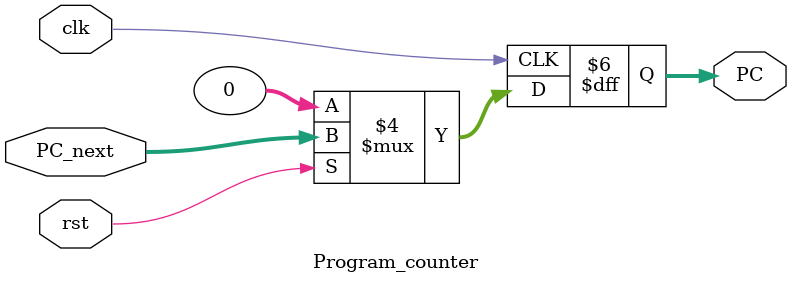
<source format=sv>

module Program_counter(clk,rst,PC_next,PC);

input bit clk,rst;
input bit [31:0] PC_next;
output bit [31:0] PC;

    always @(posedge clk) begin
        if (~rst) //synchronous active low
        PC <= 0 ;
        else
        PC <= PC_next;
    end
endmodule

</source>
